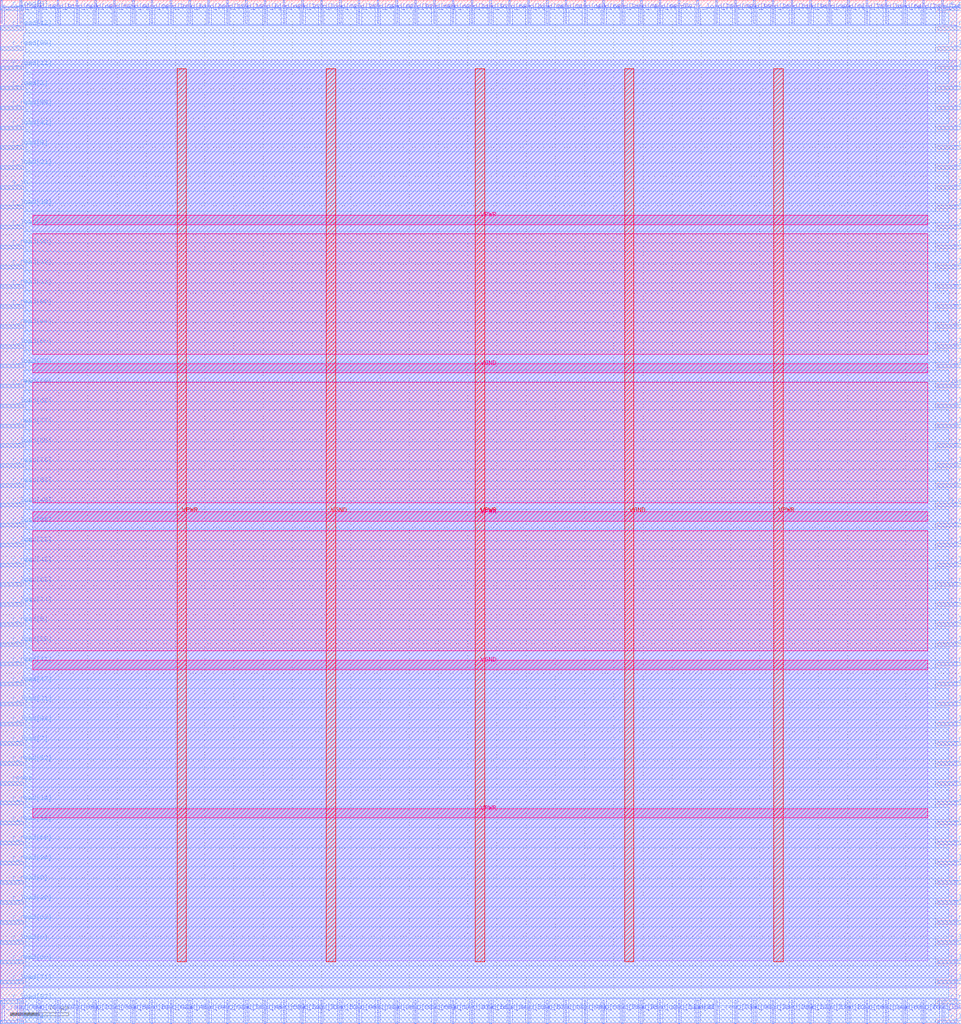
<source format=lef>
VERSION 5.7 ;
  NOWIREEXTENSIONATPIN ON ;
  DIVIDERCHAR "/" ;
  BUSBITCHARS "[]" ;
MACRO shiftregister
  CLASS BLOCK ;
  FOREIGN shiftregister ;
  ORIGIN 0.000 0.000 ;
  SIZE 164.465 BY 175.185 ;
  PIN VGND
    DIRECTION INPUT ;
    USE GROUND ;
    PORT
      LAYER met5 ;
        RECT 5.520 60.615 158.700 62.215 ;
    END
    PORT
      LAYER met5 ;
        RECT 5.520 111.385 158.700 112.985 ;
    END
    PORT
      LAYER met4 ;
        RECT 55.780 10.640 57.380 163.440 ;
    END
    PORT
      LAYER met4 ;
        RECT 106.840 10.640 108.440 163.440 ;
    END
  END VGND
  PIN VPWR
    DIRECTION INPUT ;
    USE POWER ;
    PORT
      LAYER met5 ;
        RECT 5.520 35.225 158.700 36.825 ;
    END
    PORT
      LAYER met5 ;
        RECT 5.520 86.000 158.700 87.600 ;
    END
    PORT
      LAYER met5 ;
        RECT 5.520 136.775 158.700 138.375 ;
    END
    PORT
      LAYER met4 ;
        RECT 30.250 10.640 31.850 163.440 ;
    END
    PORT
      LAYER met4 ;
        RECT 81.310 10.640 82.910 163.440 ;
    END
    PORT
      LAYER met4 ;
        RECT 132.370 10.640 133.970 163.440 ;
    END
  END VPWR
  PIN clk
    DIRECTION INPUT ;
    USE SIGNAL ;
    PORT
      LAYER met2 ;
        RECT 116.010 171.185 116.290 175.185 ;
    END
  END clk
  PIN load
    DIRECTION INPUT ;
    USE SIGNAL ;
    PORT
      LAYER met3 ;
        RECT 160.465 108.840 164.465 109.440 ;
    END
  END load
  PIN r_load[0]
    DIRECTION OUTPUT TRISTATE ;
    USE SIGNAL ;
    PORT
      LAYER met3 ;
        RECT 0.000 13.640 4.000 14.240 ;
    END
  END r_load[0]
  PIN r_load[10]
    DIRECTION OUTPUT TRISTATE ;
    USE SIGNAL ;
    PORT
      LAYER met2 ;
        RECT 144.990 0.000 145.270 4.000 ;
    END
  END r_load[10]
  PIN r_load[11]
    DIRECTION OUTPUT TRISTATE ;
    USE SIGNAL ;
    PORT
      LAYER met3 ;
        RECT 0.000 163.240 4.000 163.840 ;
    END
  END r_load[11]
  PIN r_load[12]
    DIRECTION OUTPUT TRISTATE ;
    USE SIGNAL ;
    PORT
      LAYER met2 ;
        RECT 109.570 0.000 109.850 4.000 ;
    END
  END r_load[12]
  PIN r_load[13]
    DIRECTION OUTPUT TRISTATE ;
    USE SIGNAL ;
    PORT
      LAYER met2 ;
        RECT 93.470 0.000 93.750 4.000 ;
    END
  END r_load[13]
  PIN r_load[14]
    DIRECTION OUTPUT TRISTATE ;
    USE SIGNAL ;
    PORT
      LAYER met3 ;
        RECT 160.465 112.240 164.465 112.840 ;
    END
  END r_load[14]
  PIN r_load[15]
    DIRECTION OUTPUT TRISTATE ;
    USE SIGNAL ;
    PORT
      LAYER met2 ;
        RECT 35.510 171.185 35.790 175.185 ;
    END
  END r_load[15]
  PIN r_load[16]
    DIRECTION OUTPUT TRISTATE ;
    USE SIGNAL ;
    PORT
      LAYER met3 ;
        RECT 160.465 105.440 164.465 106.040 ;
    END
  END r_load[16]
  PIN r_load[17]
    DIRECTION OUTPUT TRISTATE ;
    USE SIGNAL ;
    PORT
      LAYER met3 ;
        RECT 160.465 57.840 164.465 58.440 ;
    END
  END r_load[17]
  PIN r_load[18]
    DIRECTION OUTPUT TRISTATE ;
    USE SIGNAL ;
    PORT
      LAYER met3 ;
        RECT 0.000 139.440 4.000 140.040 ;
    END
  END r_load[18]
  PIN r_load[19]
    DIRECTION OUTPUT TRISTATE ;
    USE SIGNAL ;
    PORT
      LAYER met2 ;
        RECT 38.730 171.185 39.010 175.185 ;
    END
  END r_load[19]
  PIN r_load[1]
    DIRECTION OUTPUT TRISTATE ;
    USE SIGNAL ;
    PORT
      LAYER met3 ;
        RECT 160.465 27.240 164.465 27.840 ;
    END
  END r_load[1]
  PIN r_load[20]
    DIRECTION OUTPUT TRISTATE ;
    USE SIGNAL ;
    PORT
      LAYER met3 ;
        RECT 0.000 20.440 4.000 21.040 ;
    END
  END r_load[20]
  PIN r_load[21]
    DIRECTION OUTPUT TRISTATE ;
    USE SIGNAL ;
    PORT
      LAYER met3 ;
        RECT 0.000 146.240 4.000 146.840 ;
    END
  END r_load[21]
  PIN r_load[22]
    DIRECTION OUTPUT TRISTATE ;
    USE SIGNAL ;
    PORT
      LAYER met3 ;
        RECT 160.465 37.440 164.465 38.040 ;
    END
  END r_load[22]
  PIN r_load[23]
    DIRECTION OUTPUT TRISTATE ;
    USE SIGNAL ;
    PORT
      LAYER met3 ;
        RECT 0.000 81.640 4.000 82.240 ;
    END
  END r_load[23]
  PIN r_load[24]
    DIRECTION OUTPUT TRISTATE ;
    USE SIGNAL ;
    PORT
      LAYER met3 ;
        RECT 160.465 163.240 164.465 163.840 ;
    END
  END r_load[24]
  PIN r_load[25]
    DIRECTION OUTPUT TRISTATE ;
    USE SIGNAL ;
    PORT
      LAYER met2 ;
        RECT 128.890 171.185 129.170 175.185 ;
    END
  END r_load[25]
  PIN r_load[26]
    DIRECTION OUTPUT TRISTATE ;
    USE SIGNAL ;
    PORT
      LAYER met2 ;
        RECT 90.250 171.185 90.530 175.185 ;
    END
  END r_load[26]
  PIN r_load[27]
    DIRECTION OUTPUT TRISTATE ;
    USE SIGNAL ;
    PORT
      LAYER met3 ;
        RECT 160.465 51.040 164.465 51.640 ;
    END
  END r_load[27]
  PIN r_load[28]
    DIRECTION OUTPUT TRISTATE ;
    USE SIGNAL ;
    PORT
      LAYER met2 ;
        RECT 61.270 171.185 61.550 175.185 ;
    END
  END r_load[28]
  PIN r_load[29]
    DIRECTION OUTPUT TRISTATE ;
    USE SIGNAL ;
    PORT
      LAYER met2 ;
        RECT 157.870 0.000 158.150 4.000 ;
    END
  END r_load[29]
  PIN r_load[2]
    DIRECTION OUTPUT TRISTATE ;
    USE SIGNAL ;
    PORT
      LAYER met3 ;
        RECT 0.000 136.040 4.000 136.640 ;
    END
  END r_load[2]
  PIN r_load[30]
    DIRECTION OUTPUT TRISTATE ;
    USE SIGNAL ;
    PORT
      LAYER met3 ;
        RECT 160.465 13.640 164.465 14.240 ;
    END
  END r_load[30]
  PIN r_load[31]
    DIRECTION OUTPUT TRISTATE ;
    USE SIGNAL ;
    PORT
      LAYER met3 ;
        RECT 0.000 54.440 4.000 55.040 ;
    END
  END r_load[31]
  PIN r_load[32]
    DIRECTION OUTPUT TRISTATE ;
    USE SIGNAL ;
    PORT
      LAYER met3 ;
        RECT 160.465 139.440 164.465 140.040 ;
    END
  END r_load[32]
  PIN r_load[33]
    DIRECTION OUTPUT TRISTATE ;
    USE SIGNAL ;
    PORT
      LAYER met2 ;
        RECT 51.610 0.000 51.890 4.000 ;
    END
  END r_load[33]
  PIN r_load[34]
    DIRECTION OUTPUT TRISTATE ;
    USE SIGNAL ;
    PORT
      LAYER met2 ;
        RECT 83.810 0.000 84.090 4.000 ;
    END
  END r_load[34]
  PIN r_load[35]
    DIRECTION OUTPUT TRISTATE ;
    USE SIGNAL ;
    PORT
      LAYER met3 ;
        RECT 160.465 142.840 164.465 143.440 ;
    END
  END r_load[35]
  PIN r_load[36]
    DIRECTION OUTPUT TRISTATE ;
    USE SIGNAL ;
    PORT
      LAYER met3 ;
        RECT 160.465 78.240 164.465 78.840 ;
    END
  END r_load[36]
  PIN r_load[37]
    DIRECTION OUTPUT TRISTATE ;
    USE SIGNAL ;
    PORT
      LAYER met2 ;
        RECT 135.330 0.000 135.610 4.000 ;
    END
  END r_load[37]
  PIN r_load[38]
    DIRECTION OUTPUT TRISTATE ;
    USE SIGNAL ;
    PORT
      LAYER met2 ;
        RECT 116.010 0.000 116.290 4.000 ;
    END
  END r_load[38]
  PIN r_load[39]
    DIRECTION OUTPUT TRISTATE ;
    USE SIGNAL ;
    PORT
      LAYER met2 ;
        RECT 138.550 171.185 138.830 175.185 ;
    END
  END r_load[39]
  PIN r_load[3]
    DIRECTION OUTPUT TRISTATE ;
    USE SIGNAL ;
    PORT
      LAYER met3 ;
        RECT 0.000 159.840 4.000 160.440 ;
    END
  END r_load[3]
  PIN r_load[40]
    DIRECTION OUTPUT TRISTATE ;
    USE SIGNAL ;
    PORT
      LAYER met2 ;
        RECT 32.290 171.185 32.570 175.185 ;
    END
  END r_load[40]
  PIN r_load[41]
    DIRECTION OUTPUT TRISTATE ;
    USE SIGNAL ;
    PORT
      LAYER met3 ;
        RECT 160.465 156.440 164.465 157.040 ;
    END
  END r_load[41]
  PIN r_load[42]
    DIRECTION OUTPUT TRISTATE ;
    USE SIGNAL ;
    PORT
      LAYER met3 ;
        RECT 0.000 153.040 4.000 153.640 ;
    END
  END r_load[42]
  PIN r_load[43]
    DIRECTION OUTPUT TRISTATE ;
    USE SIGNAL ;
    PORT
      LAYER met2 ;
        RECT 45.170 171.185 45.450 175.185 ;
    END
  END r_load[43]
  PIN r_load[44]
    DIRECTION OUTPUT TRISTATE ;
    USE SIGNAL ;
    PORT
      LAYER met3 ;
        RECT 160.465 0.040 164.465 0.640 ;
    END
  END r_load[44]
  PIN r_load[45]
    DIRECTION OUTPUT TRISTATE ;
    USE SIGNAL ;
    PORT
      LAYER met2 ;
        RECT 41.950 0.000 42.230 4.000 ;
    END
  END r_load[45]
  PIN r_load[46]
    DIRECTION OUTPUT TRISTATE ;
    USE SIGNAL ;
    PORT
      LAYER met2 ;
        RECT 148.210 171.185 148.490 175.185 ;
    END
  END r_load[46]
  PIN r_load[47]
    DIRECTION OUTPUT TRISTATE ;
    USE SIGNAL ;
    PORT
      LAYER met3 ;
        RECT 0.000 57.840 4.000 58.440 ;
    END
  END r_load[47]
  PIN r_load[48]
    DIRECTION OUTPUT TRISTATE ;
    USE SIGNAL ;
    PORT
      LAYER met3 ;
        RECT 0.000 88.440 4.000 89.040 ;
    END
  END r_load[48]
  PIN r_load[49]
    DIRECTION OUTPUT TRISTATE ;
    USE SIGNAL ;
    PORT
      LAYER met3 ;
        RECT 160.465 166.640 164.465 167.240 ;
    END
  END r_load[49]
  PIN r_load[4]
    DIRECTION OUTPUT TRISTATE ;
    USE SIGNAL ;
    PORT
      LAYER met3 ;
        RECT 160.465 10.240 164.465 10.840 ;
    END
  END r_load[4]
  PIN r_load[50]
    DIRECTION OUTPUT TRISTATE ;
    USE SIGNAL ;
    PORT
      LAYER met2 ;
        RECT 9.750 171.185 10.030 175.185 ;
    END
  END r_load[50]
  PIN r_load[51]
    DIRECTION OUTPUT TRISTATE ;
    USE SIGNAL ;
    PORT
      LAYER met3 ;
        RECT 160.465 146.240 164.465 146.840 ;
    END
  END r_load[51]
  PIN r_load[52]
    DIRECTION OUTPUT TRISTATE ;
    USE SIGNAL ;
    PORT
      LAYER met2 ;
        RECT 54.830 0.000 55.110 4.000 ;
    END
  END r_load[52]
  PIN r_load[53]
    DIRECTION OUTPUT TRISTATE ;
    USE SIGNAL ;
    PORT
      LAYER met2 ;
        RECT 161.090 171.185 161.370 175.185 ;
    END
  END r_load[53]
  PIN r_load[54]
    DIRECTION OUTPUT TRISTATE ;
    USE SIGNAL ;
    PORT
      LAYER met2 ;
        RECT 151.430 171.185 151.710 175.185 ;
    END
  END r_load[54]
  PIN r_load[55]
    DIRECTION OUTPUT TRISTATE ;
    USE SIGNAL ;
    PORT
      LAYER met3 ;
        RECT 0.000 98.640 4.000 99.240 ;
    END
  END r_load[55]
  PIN r_load[56]
    DIRECTION OUTPUT TRISTATE ;
    USE SIGNAL ;
    PORT
      LAYER met3 ;
        RECT 160.465 81.640 164.465 82.240 ;
    END
  END r_load[56]
  PIN r_load[57]
    DIRECTION OUTPUT TRISTATE ;
    USE SIGNAL ;
    PORT
      LAYER met2 ;
        RECT 138.550 0.000 138.830 4.000 ;
    END
  END r_load[57]
  PIN r_load[58]
    DIRECTION OUTPUT TRISTATE ;
    USE SIGNAL ;
    PORT
      LAYER met2 ;
        RECT 83.810 171.185 84.090 175.185 ;
    END
  END r_load[58]
  PIN r_load[59]
    DIRECTION OUTPUT TRISTATE ;
    USE SIGNAL ;
    PORT
      LAYER met3 ;
        RECT 160.465 68.040 164.465 68.640 ;
    END
  END r_load[59]
  PIN r_load[5]
    DIRECTION OUTPUT TRISTATE ;
    USE SIGNAL ;
    PORT
      LAYER met2 ;
        RECT 51.610 171.185 51.890 175.185 ;
    END
  END r_load[5]
  PIN r_load[60]
    DIRECTION OUTPUT TRISTATE ;
    USE SIGNAL ;
    PORT
      LAYER met3 ;
        RECT 160.465 153.040 164.465 153.640 ;
    END
  END r_load[60]
  PIN r_load[61]
    DIRECTION OUTPUT TRISTATE ;
    USE SIGNAL ;
    PORT
      LAYER met2 ;
        RECT 132.110 171.185 132.390 175.185 ;
    END
  END r_load[61]
  PIN r_load[62]
    DIRECTION OUTPUT TRISTATE ;
    USE SIGNAL ;
    PORT
      LAYER met3 ;
        RECT 0.000 105.440 4.000 106.040 ;
    END
  END r_load[62]
  PIN r_load[63]
    DIRECTION OUTPUT TRISTATE ;
    USE SIGNAL ;
    PORT
      LAYER met3 ;
        RECT 0.000 74.840 4.000 75.440 ;
    END
  END r_load[63]
  PIN r_load[64]
    DIRECTION OUTPUT TRISTATE ;
    USE SIGNAL ;
    PORT
      LAYER met2 ;
        RECT 29.070 171.185 29.350 175.185 ;
    END
  END r_load[64]
  PIN r_load[65]
    DIRECTION OUTPUT TRISTATE ;
    USE SIGNAL ;
    PORT
      LAYER met2 ;
        RECT 70.930 171.185 71.210 175.185 ;
    END
  END r_load[65]
  PIN r_load[66]
    DIRECTION OUTPUT TRISTATE ;
    USE SIGNAL ;
    PORT
      LAYER met2 ;
        RECT 80.590 0.000 80.870 4.000 ;
    END
  END r_load[66]
  PIN r_load[67]
    DIRECTION OUTPUT TRISTATE ;
    USE SIGNAL ;
    PORT
      LAYER met2 ;
        RECT 161.090 0.000 161.370 4.000 ;
    END
  END r_load[67]
  PIN r_load[68]
    DIRECTION OUTPUT TRISTATE ;
    USE SIGNAL ;
    PORT
      LAYER met3 ;
        RECT 160.465 95.240 164.465 95.840 ;
    END
  END r_load[68]
  PIN r_load[69]
    DIRECTION OUTPUT TRISTATE ;
    USE SIGNAL ;
    PORT
      LAYER met3 ;
        RECT 160.465 102.040 164.465 102.640 ;
    END
  END r_load[69]
  PIN r_load[6]
    DIRECTION OUTPUT TRISTATE ;
    USE SIGNAL ;
    PORT
      LAYER met2 ;
        RECT 41.950 171.185 42.230 175.185 ;
    END
  END r_load[6]
  PIN r_load[70]
    DIRECTION OUTPUT TRISTATE ;
    USE SIGNAL ;
    PORT
      LAYER met2 ;
        RECT 16.190 0.000 16.470 4.000 ;
    END
  END r_load[70]
  PIN r_load[71]
    DIRECTION OUTPUT TRISTATE ;
    USE SIGNAL ;
    PORT
      LAYER met3 ;
        RECT 0.000 6.840 4.000 7.440 ;
    END
  END r_load[71]
  PIN r_load[72]
    DIRECTION OUTPUT TRISTATE ;
    USE SIGNAL ;
    PORT
      LAYER met3 ;
        RECT 160.465 20.440 164.465 21.040 ;
    END
  END r_load[72]
  PIN r_load[73]
    DIRECTION OUTPUT TRISTATE ;
    USE SIGNAL ;
    PORT
      LAYER met2 ;
        RECT 54.830 171.185 55.110 175.185 ;
    END
  END r_load[73]
  PIN r_load[74]
    DIRECTION OUTPUT TRISTATE ;
    USE SIGNAL ;
    PORT
      LAYER met3 ;
        RECT 0.000 71.440 4.000 72.040 ;
    END
  END r_load[74]
  PIN r_load[75]
    DIRECTION OUTPUT TRISTATE ;
    USE SIGNAL ;
    PORT
      LAYER met2 ;
        RECT 106.350 171.185 106.630 175.185 ;
    END
  END r_load[75]
  PIN r_load[76]
    DIRECTION OUTPUT TRISTATE ;
    USE SIGNAL ;
    PORT
      LAYER met2 ;
        RECT 132.110 0.000 132.390 4.000 ;
    END
  END r_load[76]
  PIN r_load[77]
    DIRECTION OUTPUT TRISTATE ;
    USE SIGNAL ;
    PORT
      LAYER met3 ;
        RECT 0.000 112.240 4.000 112.840 ;
    END
  END r_load[77]
  PIN r_load[78]
    DIRECTION OUTPUT TRISTATE ;
    USE SIGNAL ;
    PORT
      LAYER met2 ;
        RECT 119.230 171.185 119.510 175.185 ;
    END
  END r_load[78]
  PIN r_load[79]
    DIRECTION OUTPUT TRISTATE ;
    USE SIGNAL ;
    PORT
      LAYER met2 ;
        RECT 122.450 171.185 122.730 175.185 ;
    END
  END r_load[79]
  PIN r_load[7]
    DIRECTION OUTPUT TRISTATE ;
    USE SIGNAL ;
    PORT
      LAYER met3 ;
        RECT 0.000 47.640 4.000 48.240 ;
    END
  END r_load[7]
  PIN r_load[80]
    DIRECTION OUTPUT TRISTATE ;
    USE SIGNAL ;
    PORT
      LAYER met3 ;
        RECT 0.000 115.640 4.000 116.240 ;
    END
  END r_load[80]
  PIN r_load[81]
    DIRECTION OUTPUT TRISTATE ;
    USE SIGNAL ;
    PORT
      LAYER met3 ;
        RECT 160.465 54.440 164.465 55.040 ;
    END
  END r_load[81]
  PIN r_load[82]
    DIRECTION OUTPUT TRISTATE ;
    USE SIGNAL ;
    PORT
      LAYER met2 ;
        RECT 141.770 0.000 142.050 4.000 ;
    END
  END r_load[82]
  PIN r_load[83]
    DIRECTION OUTPUT TRISTATE ;
    USE SIGNAL ;
    PORT
      LAYER met3 ;
        RECT 0.000 3.440 4.000 4.040 ;
    END
  END r_load[83]
  PIN r_load[84]
    DIRECTION OUTPUT TRISTATE ;
    USE SIGNAL ;
    PORT
      LAYER met3 ;
        RECT 0.000 51.040 4.000 51.640 ;
    END
  END r_load[84]
  PIN r_load[85]
    DIRECTION OUTPUT TRISTATE ;
    USE SIGNAL ;
    PORT
      LAYER met2 ;
        RECT 106.350 0.000 106.630 4.000 ;
    END
  END r_load[85]
  PIN r_load[86]
    DIRECTION OUTPUT TRISTATE ;
    USE SIGNAL ;
    PORT
      LAYER met3 ;
        RECT 0.000 85.040 4.000 85.640 ;
    END
  END r_load[86]
  PIN r_load[87]
    DIRECTION OUTPUT TRISTATE ;
    USE SIGNAL ;
    PORT
      LAYER met2 ;
        RECT 90.250 0.000 90.530 4.000 ;
    END
  END r_load[87]
  PIN r_load[88]
    DIRECTION OUTPUT TRISTATE ;
    USE SIGNAL ;
    PORT
      LAYER met3 ;
        RECT 160.465 115.640 164.465 116.240 ;
    END
  END r_load[88]
  PIN r_load[89]
    DIRECTION OUTPUT TRISTATE ;
    USE SIGNAL ;
    PORT
      LAYER met3 ;
        RECT 0.000 64.640 4.000 65.240 ;
    END
  END r_load[89]
  PIN r_load[8]
    DIRECTION OUTPUT TRISTATE ;
    USE SIGNAL ;
    PORT
      LAYER met3 ;
        RECT 0.000 149.640 4.000 150.240 ;
    END
  END r_load[8]
  PIN r_load[90]
    DIRECTION OUTPUT TRISTATE ;
    USE SIGNAL ;
    PORT
      LAYER met2 ;
        RECT 58.050 0.000 58.330 4.000 ;
    END
  END r_load[90]
  PIN r_load[91]
    DIRECTION OUTPUT TRISTATE ;
    USE SIGNAL ;
    PORT
      LAYER met3 ;
        RECT 160.465 6.840 164.465 7.440 ;
    END
  END r_load[91]
  PIN r_load[92]
    DIRECTION OUTPUT TRISTATE ;
    USE SIGNAL ;
    PORT
      LAYER met2 ;
        RECT 25.850 0.000 26.130 4.000 ;
    END
  END r_load[92]
  PIN r_load[93]
    DIRECTION OUTPUT TRISTATE ;
    USE SIGNAL ;
    PORT
      LAYER met2 ;
        RECT 80.590 171.185 80.870 175.185 ;
    END
  END r_load[93]
  PIN r_load[94]
    DIRECTION OUTPUT TRISTATE ;
    USE SIGNAL ;
    PORT
      LAYER met2 ;
        RECT 157.870 171.185 158.150 175.185 ;
    END
  END r_load[94]
  PIN r_load[95]
    DIRECTION OUTPUT TRISTATE ;
    USE SIGNAL ;
    PORT
      LAYER met3 ;
        RECT 160.465 64.640 164.465 65.240 ;
    END
  END r_load[95]
  PIN r_load[96]
    DIRECTION OUTPUT TRISTATE ;
    USE SIGNAL ;
    PORT
      LAYER met2 ;
        RECT 135.330 171.185 135.610 175.185 ;
    END
  END r_load[96]
  PIN r_load[97]
    DIRECTION OUTPUT TRISTATE ;
    USE SIGNAL ;
    PORT
      LAYER met3 ;
        RECT 160.465 136.040 164.465 136.640 ;
    END
  END r_load[97]
  PIN r_load[98]
    DIRECTION OUTPUT TRISTATE ;
    USE SIGNAL ;
    PORT
      LAYER met3 ;
        RECT 160.465 129.240 164.465 129.840 ;
    END
  END r_load[98]
  PIN r_load[99]
    DIRECTION OUTPUT TRISTATE ;
    USE SIGNAL ;
    PORT
      LAYER met2 ;
        RECT 125.670 0.000 125.950 4.000 ;
    END
  END r_load[99]
  PIN r_load[9]
    DIRECTION OUTPUT TRISTATE ;
    USE SIGNAL ;
    PORT
      LAYER met3 ;
        RECT 0.000 173.440 4.000 174.040 ;
    END
  END r_load[9]
  PIN r_read[0]
    DIRECTION INPUT ;
    USE SIGNAL ;
    PORT
      LAYER met3 ;
        RECT 0.000 23.840 4.000 24.440 ;
    END
  END r_read[0]
  PIN r_read[10]
    DIRECTION INPUT ;
    USE SIGNAL ;
    PORT
      LAYER met3 ;
        RECT 160.465 98.640 164.465 99.240 ;
    END
  END r_read[10]
  PIN r_read[11]
    DIRECTION INPUT ;
    USE SIGNAL ;
    PORT
      LAYER met2 ;
        RECT 77.370 171.185 77.650 175.185 ;
    END
  END r_read[11]
  PIN r_read[12]
    DIRECTION INPUT ;
    USE SIGNAL ;
    PORT
      LAYER met3 ;
        RECT 0.000 170.040 4.000 170.640 ;
    END
  END r_read[12]
  PIN r_read[13]
    DIRECTION INPUT ;
    USE SIGNAL ;
    PORT
      LAYER met3 ;
        RECT 0.000 125.840 4.000 126.440 ;
    END
  END r_read[13]
  PIN r_read[14]
    DIRECTION INPUT ;
    USE SIGNAL ;
    PORT
      LAYER met3 ;
        RECT 0.000 37.440 4.000 38.040 ;
    END
  END r_read[14]
  PIN r_read[15]
    DIRECTION INPUT ;
    USE SIGNAL ;
    PORT
      LAYER met2 ;
        RECT 96.690 171.185 96.970 175.185 ;
    END
  END r_read[15]
  PIN r_read[16]
    DIRECTION INPUT ;
    USE SIGNAL ;
    PORT
      LAYER met3 ;
        RECT 160.465 30.640 164.465 31.240 ;
    END
  END r_read[16]
  PIN r_read[17]
    DIRECTION INPUT ;
    USE SIGNAL ;
    PORT
      LAYER met2 ;
        RECT 74.150 0.000 74.430 4.000 ;
    END
  END r_read[17]
  PIN r_read[18]
    DIRECTION INPUT ;
    USE SIGNAL ;
    PORT
      LAYER met2 ;
        RECT 3.310 171.185 3.590 175.185 ;
    END
  END r_read[18]
  PIN r_read[19]
    DIRECTION INPUT ;
    USE SIGNAL ;
    PORT
      LAYER met3 ;
        RECT 0.000 129.240 4.000 129.840 ;
    END
  END r_read[19]
  PIN r_read[1]
    DIRECTION INPUT ;
    USE SIGNAL ;
    PORT
      LAYER met2 ;
        RECT 112.790 0.000 113.070 4.000 ;
    END
  END r_read[1]
  PIN r_read[20]
    DIRECTION INPUT ;
    USE SIGNAL ;
    PORT
      LAYER met2 ;
        RECT 22.630 171.185 22.910 175.185 ;
    END
  END r_read[20]
  PIN r_read[21]
    DIRECTION INPUT ;
    USE SIGNAL ;
    PORT
      LAYER met2 ;
        RECT 93.470 171.185 93.750 175.185 ;
    END
  END r_read[21]
  PIN r_read[22]
    DIRECTION INPUT ;
    USE SIGNAL ;
    PORT
      LAYER met2 ;
        RECT 67.710 0.000 67.990 4.000 ;
    END
  END r_read[22]
  PIN r_read[23]
    DIRECTION INPUT ;
    USE SIGNAL ;
    PORT
      LAYER met2 ;
        RECT 48.390 171.185 48.670 175.185 ;
    END
  END r_read[23]
  PIN r_read[24]
    DIRECTION INPUT ;
    USE SIGNAL ;
    PORT
      LAYER met2 ;
        RECT 148.210 0.000 148.490 4.000 ;
    END
  END r_read[24]
  PIN r_read[25]
    DIRECTION INPUT ;
    USE SIGNAL ;
    PORT
      LAYER met2 ;
        RECT 58.050 171.185 58.330 175.185 ;
    END
  END r_read[25]
  PIN r_read[26]
    DIRECTION INPUT ;
    USE SIGNAL ;
    PORT
      LAYER met2 ;
        RECT 64.490 0.000 64.770 4.000 ;
    END
  END r_read[26]
  PIN r_read[27]
    DIRECTION INPUT ;
    USE SIGNAL ;
    PORT
      LAYER met2 ;
        RECT 12.970 0.000 13.250 4.000 ;
    END
  END r_read[27]
  PIN r_read[28]
    DIRECTION INPUT ;
    USE SIGNAL ;
    PORT
      LAYER met3 ;
        RECT 160.465 173.440 164.465 174.040 ;
    END
  END r_read[28]
  PIN r_read[29]
    DIRECTION INPUT ;
    USE SIGNAL ;
    PORT
      LAYER met3 ;
        RECT 160.465 34.040 164.465 34.640 ;
    END
  END r_read[29]
  PIN r_read[2]
    DIRECTION INPUT ;
    USE SIGNAL ;
    PORT
      LAYER met3 ;
        RECT 160.465 85.040 164.465 85.640 ;
    END
  END r_read[2]
  PIN r_read[30]
    DIRECTION INPUT ;
    USE SIGNAL ;
    PORT
      LAYER met2 ;
        RECT 48.390 0.000 48.670 4.000 ;
    END
  END r_read[30]
  PIN r_read[31]
    DIRECTION INPUT ;
    USE SIGNAL ;
    PORT
      LAYER met3 ;
        RECT 160.465 119.040 164.465 119.640 ;
    END
  END r_read[31]
  PIN r_read[32]
    DIRECTION INPUT ;
    USE SIGNAL ;
    PORT
      LAYER met3 ;
        RECT 160.465 17.040 164.465 17.640 ;
    END
  END r_read[32]
  PIN r_read[33]
    DIRECTION INPUT ;
    USE SIGNAL ;
    PORT
      LAYER met2 ;
        RECT 99.910 0.000 100.190 4.000 ;
    END
  END r_read[33]
  PIN r_read[34]
    DIRECTION INPUT ;
    USE SIGNAL ;
    PORT
      LAYER met2 ;
        RECT 25.850 171.185 26.130 175.185 ;
    END
  END r_read[34]
  PIN r_read[35]
    DIRECTION INPUT ;
    USE SIGNAL ;
    PORT
      LAYER met2 ;
        RECT 0.090 171.185 0.370 175.185 ;
    END
  END r_read[35]
  PIN r_read[36]
    DIRECTION INPUT ;
    USE SIGNAL ;
    PORT
      LAYER met2 ;
        RECT 38.730 0.000 39.010 4.000 ;
    END
  END r_read[36]
  PIN r_read[37]
    DIRECTION INPUT ;
    USE SIGNAL ;
    PORT
      LAYER met2 ;
        RECT 6.530 0.000 6.810 4.000 ;
    END
  END r_read[37]
  PIN r_read[38]
    DIRECTION INPUT ;
    USE SIGNAL ;
    PORT
      LAYER met2 ;
        RECT 128.890 0.000 129.170 4.000 ;
    END
  END r_read[38]
  PIN r_read[39]
    DIRECTION INPUT ;
    USE SIGNAL ;
    PORT
      LAYER met3 ;
        RECT 0.000 108.840 4.000 109.440 ;
    END
  END r_read[39]
  PIN r_read[3]
    DIRECTION INPUT ;
    USE SIGNAL ;
    PORT
      LAYER met2 ;
        RECT 141.770 171.185 142.050 175.185 ;
    END
  END r_read[3]
  PIN r_read[40]
    DIRECTION INPUT ;
    USE SIGNAL ;
    PORT
      LAYER met3 ;
        RECT 0.000 0.040 4.000 0.640 ;
    END
  END r_read[40]
  PIN r_read[41]
    DIRECTION INPUT ;
    USE SIGNAL ;
    PORT
      LAYER met3 ;
        RECT 0.000 61.240 4.000 61.840 ;
    END
  END r_read[41]
  PIN r_read[42]
    DIRECTION INPUT ;
    USE SIGNAL ;
    PORT
      LAYER met2 ;
        RECT 74.150 171.185 74.430 175.185 ;
    END
  END r_read[42]
  PIN r_read[43]
    DIRECTION INPUT ;
    USE SIGNAL ;
    PORT
      LAYER met3 ;
        RECT 0.000 78.240 4.000 78.840 ;
    END
  END r_read[43]
  PIN r_read[44]
    DIRECTION INPUT ;
    USE SIGNAL ;
    PORT
      LAYER met3 ;
        RECT 0.000 119.040 4.000 119.640 ;
    END
  END r_read[44]
  PIN r_read[45]
    DIRECTION INPUT ;
    USE SIGNAL ;
    PORT
      LAYER met2 ;
        RECT 29.070 0.000 29.350 4.000 ;
    END
  END r_read[45]
  PIN r_read[46]
    DIRECTION INPUT ;
    USE SIGNAL ;
    PORT
      LAYER met3 ;
        RECT 160.465 44.240 164.465 44.840 ;
    END
  END r_read[46]
  PIN r_read[47]
    DIRECTION INPUT ;
    USE SIGNAL ;
    PORT
      LAYER met2 ;
        RECT 77.370 0.000 77.650 4.000 ;
    END
  END r_read[47]
  PIN r_read[48]
    DIRECTION INPUT ;
    USE SIGNAL ;
    PORT
      LAYER met3 ;
        RECT 160.465 159.840 164.465 160.440 ;
    END
  END r_read[48]
  PIN r_read[49]
    DIRECTION INPUT ;
    USE SIGNAL ;
    PORT
      LAYER met2 ;
        RECT 12.970 171.185 13.250 175.185 ;
    END
  END r_read[49]
  PIN r_read[4]
    DIRECTION INPUT ;
    USE SIGNAL ;
    PORT
      LAYER met2 ;
        RECT 87.030 171.185 87.310 175.185 ;
    END
  END r_read[4]
  PIN r_read[50]
    DIRECTION INPUT ;
    USE SIGNAL ;
    PORT
      LAYER met2 ;
        RECT 19.410 0.000 19.690 4.000 ;
    END
  END r_read[50]
  PIN r_read[51]
    DIRECTION INPUT ;
    USE SIGNAL ;
    PORT
      LAYER met3 ;
        RECT 160.465 61.240 164.465 61.840 ;
    END
  END r_read[51]
  PIN r_read[52]
    DIRECTION INPUT ;
    USE SIGNAL ;
    PORT
      LAYER met3 ;
        RECT 0.000 44.240 4.000 44.840 ;
    END
  END r_read[52]
  PIN r_read[53]
    DIRECTION INPUT ;
    USE SIGNAL ;
    PORT
      LAYER met2 ;
        RECT 16.190 171.185 16.470 175.185 ;
    END
  END r_read[53]
  PIN r_read[54]
    DIRECTION INPUT ;
    USE SIGNAL ;
    PORT
      LAYER met3 ;
        RECT 160.465 91.840 164.465 92.440 ;
    END
  END r_read[54]
  PIN r_read[55]
    DIRECTION INPUT ;
    USE SIGNAL ;
    PORT
      LAYER met3 ;
        RECT 0.000 156.440 4.000 157.040 ;
    END
  END r_read[55]
  PIN r_read[56]
    DIRECTION INPUT ;
    USE SIGNAL ;
    PORT
      LAYER met3 ;
        RECT 0.000 34.040 4.000 34.640 ;
    END
  END r_read[56]
  PIN r_read[57]
    DIRECTION INPUT ;
    USE SIGNAL ;
    PORT
      LAYER met3 ;
        RECT 160.465 149.640 164.465 150.240 ;
    END
  END r_read[57]
  PIN r_read[58]
    DIRECTION INPUT ;
    USE SIGNAL ;
    PORT
      LAYER met2 ;
        RECT 99.910 171.185 100.190 175.185 ;
    END
  END r_read[58]
  PIN r_read[59]
    DIRECTION INPUT ;
    USE SIGNAL ;
    PORT
      LAYER met2 ;
        RECT 45.170 0.000 45.450 4.000 ;
    END
  END r_read[59]
  PIN r_read[5]
    DIRECTION INPUT ;
    USE SIGNAL ;
    PORT
      LAYER met3 ;
        RECT 160.465 71.440 164.465 72.040 ;
    END
  END r_read[5]
  PIN r_read[60]
    DIRECTION INPUT ;
    USE SIGNAL ;
    PORT
      LAYER met3 ;
        RECT 0.000 10.240 4.000 10.840 ;
    END
  END r_read[60]
  PIN r_read[61]
    DIRECTION INPUT ;
    USE SIGNAL ;
    PORT
      LAYER met3 ;
        RECT 160.465 23.840 164.465 24.440 ;
    END
  END r_read[61]
  PIN r_read[62]
    DIRECTION INPUT ;
    USE SIGNAL ;
    PORT
      LAYER met3 ;
        RECT 0.000 17.040 4.000 17.640 ;
    END
  END r_read[62]
  PIN r_read[63]
    DIRECTION INPUT ;
    USE SIGNAL ;
    PORT
      LAYER met2 ;
        RECT 151.430 0.000 151.710 4.000 ;
    END
  END r_read[63]
  PIN r_read[64]
    DIRECTION INPUT ;
    USE SIGNAL ;
    PORT
      LAYER met2 ;
        RECT 22.630 0.000 22.910 4.000 ;
    END
  END r_read[64]
  PIN r_read[65]
    DIRECTION INPUT ;
    USE SIGNAL ;
    PORT
      LAYER met2 ;
        RECT 70.930 0.000 71.210 4.000 ;
    END
  END r_read[65]
  PIN r_read[66]
    DIRECTION INPUT ;
    USE SIGNAL ;
    PORT
      LAYER met3 ;
        RECT 160.465 47.640 164.465 48.240 ;
    END
  END r_read[66]
  PIN r_read[67]
    DIRECTION INPUT ;
    USE SIGNAL ;
    PORT
      LAYER met3 ;
        RECT 160.465 170.040 164.465 170.640 ;
    END
  END r_read[67]
  PIN r_read[68]
    DIRECTION INPUT ;
    USE SIGNAL ;
    PORT
      LAYER met3 ;
        RECT 0.000 30.640 4.000 31.240 ;
    END
  END r_read[68]
  PIN r_read[69]
    DIRECTION INPUT ;
    USE SIGNAL ;
    PORT
      LAYER met2 ;
        RECT 154.650 0.000 154.930 4.000 ;
    END
  END r_read[69]
  PIN r_read[6]
    DIRECTION INPUT ;
    USE SIGNAL ;
    PORT
      LAYER met3 ;
        RECT 0.000 68.040 4.000 68.640 ;
    END
  END r_read[6]
  PIN r_read[70]
    DIRECTION INPUT ;
    USE SIGNAL ;
    PORT
      LAYER met3 ;
        RECT 160.465 74.840 164.465 75.440 ;
    END
  END r_read[70]
  PIN r_read[71]
    DIRECTION INPUT ;
    USE SIGNAL ;
    PORT
      LAYER met2 ;
        RECT 3.310 0.000 3.590 4.000 ;
    END
  END r_read[71]
  PIN r_read[72]
    DIRECTION INPUT ;
    USE SIGNAL ;
    PORT
      LAYER met3 ;
        RECT 160.465 132.640 164.465 133.240 ;
    END
  END r_read[72]
  PIN r_read[73]
    DIRECTION INPUT ;
    USE SIGNAL ;
    PORT
      LAYER met2 ;
        RECT 154.650 171.185 154.930 175.185 ;
    END
  END r_read[73]
  PIN r_read[74]
    DIRECTION INPUT ;
    USE SIGNAL ;
    PORT
      LAYER met3 ;
        RECT 160.465 3.440 164.465 4.040 ;
    END
  END r_read[74]
  PIN r_read[75]
    DIRECTION INPUT ;
    USE SIGNAL ;
    PORT
      LAYER met2 ;
        RECT 144.990 171.185 145.270 175.185 ;
    END
  END r_read[75]
  PIN r_read[76]
    DIRECTION INPUT ;
    USE SIGNAL ;
    PORT
      LAYER met3 ;
        RECT 0.000 95.240 4.000 95.840 ;
    END
  END r_read[76]
  PIN r_read[77]
    DIRECTION INPUT ;
    USE SIGNAL ;
    PORT
      LAYER met3 ;
        RECT 0.000 102.040 4.000 102.640 ;
    END
  END r_read[77]
  PIN r_read[78]
    DIRECTION INPUT ;
    USE SIGNAL ;
    PORT
      LAYER met2 ;
        RECT 103.130 0.000 103.410 4.000 ;
    END
  END r_read[78]
  PIN r_read[79]
    DIRECTION INPUT ;
    USE SIGNAL ;
    PORT
      LAYER met2 ;
        RECT 0.090 0.000 0.370 4.000 ;
    END
  END r_read[79]
  PIN r_read[7]
    DIRECTION INPUT ;
    USE SIGNAL ;
    PORT
      LAYER met2 ;
        RECT 122.450 0.000 122.730 4.000 ;
    END
  END r_read[7]
  PIN r_read[80]
    DIRECTION INPUT ;
    USE SIGNAL ;
    PORT
      LAYER met3 ;
        RECT 0.000 122.440 4.000 123.040 ;
    END
  END r_read[80]
  PIN r_read[81]
    DIRECTION INPUT ;
    USE SIGNAL ;
    PORT
      LAYER met2 ;
        RECT 6.530 171.185 6.810 175.185 ;
    END
  END r_read[81]
  PIN r_read[82]
    DIRECTION INPUT ;
    USE SIGNAL ;
    PORT
      LAYER met2 ;
        RECT 67.710 171.185 67.990 175.185 ;
    END
  END r_read[82]
  PIN r_read[83]
    DIRECTION INPUT ;
    USE SIGNAL ;
    PORT
      LAYER met3 ;
        RECT 0.000 91.840 4.000 92.440 ;
    END
  END r_read[83]
  PIN r_read[84]
    DIRECTION INPUT ;
    USE SIGNAL ;
    PORT
      LAYER met2 ;
        RECT 32.290 0.000 32.570 4.000 ;
    END
  END r_read[84]
  PIN r_read[85]
    DIRECTION INPUT ;
    USE SIGNAL ;
    PORT
      LAYER met2 ;
        RECT 9.750 0.000 10.030 4.000 ;
    END
  END r_read[85]
  PIN r_read[86]
    DIRECTION INPUT ;
    USE SIGNAL ;
    PORT
      LAYER met2 ;
        RECT 103.130 171.185 103.410 175.185 ;
    END
  END r_read[86]
  PIN r_read[87]
    DIRECTION INPUT ;
    USE SIGNAL ;
    PORT
      LAYER met2 ;
        RECT 64.490 171.185 64.770 175.185 ;
    END
  END r_read[87]
  PIN r_read[88]
    DIRECTION INPUT ;
    USE SIGNAL ;
    PORT
      LAYER met2 ;
        RECT 87.030 0.000 87.310 4.000 ;
    END
  END r_read[88]
  PIN r_read[89]
    DIRECTION INPUT ;
    USE SIGNAL ;
    PORT
      LAYER met2 ;
        RECT 125.670 171.185 125.950 175.185 ;
    END
  END r_read[89]
  PIN r_read[8]
    DIRECTION INPUT ;
    USE SIGNAL ;
    PORT
      LAYER met3 ;
        RECT 160.465 40.840 164.465 41.440 ;
    END
  END r_read[8]
  PIN r_read[90]
    DIRECTION INPUT ;
    USE SIGNAL ;
    PORT
      LAYER met3 ;
        RECT 0.000 132.640 4.000 133.240 ;
    END
  END r_read[90]
  PIN r_read[91]
    DIRECTION INPUT ;
    USE SIGNAL ;
    PORT
      LAYER met3 ;
        RECT 160.465 125.840 164.465 126.440 ;
    END
  END r_read[91]
  PIN r_read[92]
    DIRECTION INPUT ;
    USE SIGNAL ;
    PORT
      LAYER met2 ;
        RECT 35.510 0.000 35.790 4.000 ;
    END
  END r_read[92]
  PIN r_read[93]
    DIRECTION INPUT ;
    USE SIGNAL ;
    PORT
      LAYER met2 ;
        RECT 61.270 0.000 61.550 4.000 ;
    END
  END r_read[93]
  PIN r_read[94]
    DIRECTION INPUT ;
    USE SIGNAL ;
    PORT
      LAYER met3 ;
        RECT 0.000 27.240 4.000 27.840 ;
    END
  END r_read[94]
  PIN r_read[95]
    DIRECTION INPUT ;
    USE SIGNAL ;
    PORT
      LAYER met3 ;
        RECT 160.465 122.440 164.465 123.040 ;
    END
  END r_read[95]
  PIN r_read[96]
    DIRECTION INPUT ;
    USE SIGNAL ;
    PORT
      LAYER met2 ;
        RECT 96.690 0.000 96.970 4.000 ;
    END
  END r_read[96]
  PIN r_read[97]
    DIRECTION INPUT ;
    USE SIGNAL ;
    PORT
      LAYER met2 ;
        RECT 112.790 171.185 113.070 175.185 ;
    END
  END r_read[97]
  PIN r_read[98]
    DIRECTION INPUT ;
    USE SIGNAL ;
    PORT
      LAYER met2 ;
        RECT 109.570 171.185 109.850 175.185 ;
    END
  END r_read[98]
  PIN r_read[99]
    DIRECTION INPUT ;
    USE SIGNAL ;
    PORT
      LAYER met3 ;
        RECT 0.000 166.640 4.000 167.240 ;
    END
  END r_read[99]
  PIN r_read[9]
    DIRECTION INPUT ;
    USE SIGNAL ;
    PORT
      LAYER met2 ;
        RECT 19.410 171.185 19.690 175.185 ;
    END
  END r_read[9]
  PIN read
    DIRECTION INPUT ;
    USE SIGNAL ;
    PORT
      LAYER met2 ;
        RECT 119.230 0.000 119.510 4.000 ;
    END
  END read
  PIN reset
    DIRECTION INPUT ;
    USE SIGNAL ;
    PORT
      LAYER met3 ;
        RECT 0.000 40.840 4.000 41.440 ;
    END
  END reset
  PIN s_in
    DIRECTION INPUT ;
    USE SIGNAL ;
    PORT
      LAYER met3 ;
        RECT 0.000 142.840 4.000 143.440 ;
    END
  END s_in
  PIN s_out
    DIRECTION OUTPUT TRISTATE ;
    USE SIGNAL ;
    PORT
      LAYER met3 ;
        RECT 160.465 88.440 164.465 89.040 ;
    END
  END s_out
  OBS
      LAYER li1 ;
        RECT 5.520 10.795 158.700 163.285 ;
      LAYER met1 ;
        RECT 0.070 6.160 163.690 164.860 ;
      LAYER met2 ;
        RECT 0.650 170.905 3.030 173.925 ;
        RECT 3.870 170.905 6.250 173.925 ;
        RECT 7.090 170.905 9.470 173.925 ;
        RECT 10.310 170.905 12.690 173.925 ;
        RECT 13.530 170.905 15.910 173.925 ;
        RECT 16.750 170.905 19.130 173.925 ;
        RECT 19.970 170.905 22.350 173.925 ;
        RECT 23.190 170.905 25.570 173.925 ;
        RECT 26.410 170.905 28.790 173.925 ;
        RECT 29.630 170.905 32.010 173.925 ;
        RECT 32.850 170.905 35.230 173.925 ;
        RECT 36.070 170.905 38.450 173.925 ;
        RECT 39.290 170.905 41.670 173.925 ;
        RECT 42.510 170.905 44.890 173.925 ;
        RECT 45.730 170.905 48.110 173.925 ;
        RECT 48.950 170.905 51.330 173.925 ;
        RECT 52.170 170.905 54.550 173.925 ;
        RECT 55.390 170.905 57.770 173.925 ;
        RECT 58.610 170.905 60.990 173.925 ;
        RECT 61.830 170.905 64.210 173.925 ;
        RECT 65.050 170.905 67.430 173.925 ;
        RECT 68.270 170.905 70.650 173.925 ;
        RECT 71.490 170.905 73.870 173.925 ;
        RECT 74.710 170.905 77.090 173.925 ;
        RECT 77.930 170.905 80.310 173.925 ;
        RECT 81.150 170.905 83.530 173.925 ;
        RECT 84.370 170.905 86.750 173.925 ;
        RECT 87.590 170.905 89.970 173.925 ;
        RECT 90.810 170.905 93.190 173.925 ;
        RECT 94.030 170.905 96.410 173.925 ;
        RECT 97.250 170.905 99.630 173.925 ;
        RECT 100.470 170.905 102.850 173.925 ;
        RECT 103.690 170.905 106.070 173.925 ;
        RECT 106.910 170.905 109.290 173.925 ;
        RECT 110.130 170.905 112.510 173.925 ;
        RECT 113.350 170.905 115.730 173.925 ;
        RECT 116.570 170.905 118.950 173.925 ;
        RECT 119.790 170.905 122.170 173.925 ;
        RECT 123.010 170.905 125.390 173.925 ;
        RECT 126.230 170.905 128.610 173.925 ;
        RECT 129.450 170.905 131.830 173.925 ;
        RECT 132.670 170.905 135.050 173.925 ;
        RECT 135.890 170.905 138.270 173.925 ;
        RECT 139.110 170.905 141.490 173.925 ;
        RECT 142.330 170.905 144.710 173.925 ;
        RECT 145.550 170.905 147.930 173.925 ;
        RECT 148.770 170.905 151.150 173.925 ;
        RECT 151.990 170.905 154.370 173.925 ;
        RECT 155.210 170.905 157.590 173.925 ;
        RECT 158.430 170.905 160.810 173.925 ;
        RECT 161.650 170.905 163.660 173.925 ;
        RECT 0.100 4.280 163.660 170.905 ;
        RECT 0.650 0.155 3.030 4.280 ;
        RECT 3.870 0.155 6.250 4.280 ;
        RECT 7.090 0.155 9.470 4.280 ;
        RECT 10.310 0.155 12.690 4.280 ;
        RECT 13.530 0.155 15.910 4.280 ;
        RECT 16.750 0.155 19.130 4.280 ;
        RECT 19.970 0.155 22.350 4.280 ;
        RECT 23.190 0.155 25.570 4.280 ;
        RECT 26.410 0.155 28.790 4.280 ;
        RECT 29.630 0.155 32.010 4.280 ;
        RECT 32.850 0.155 35.230 4.280 ;
        RECT 36.070 0.155 38.450 4.280 ;
        RECT 39.290 0.155 41.670 4.280 ;
        RECT 42.510 0.155 44.890 4.280 ;
        RECT 45.730 0.155 48.110 4.280 ;
        RECT 48.950 0.155 51.330 4.280 ;
        RECT 52.170 0.155 54.550 4.280 ;
        RECT 55.390 0.155 57.770 4.280 ;
        RECT 58.610 0.155 60.990 4.280 ;
        RECT 61.830 0.155 64.210 4.280 ;
        RECT 65.050 0.155 67.430 4.280 ;
        RECT 68.270 0.155 70.650 4.280 ;
        RECT 71.490 0.155 73.870 4.280 ;
        RECT 74.710 0.155 77.090 4.280 ;
        RECT 77.930 0.155 80.310 4.280 ;
        RECT 81.150 0.155 83.530 4.280 ;
        RECT 84.370 0.155 86.750 4.280 ;
        RECT 87.590 0.155 89.970 4.280 ;
        RECT 90.810 0.155 93.190 4.280 ;
        RECT 94.030 0.155 96.410 4.280 ;
        RECT 97.250 0.155 99.630 4.280 ;
        RECT 100.470 0.155 102.850 4.280 ;
        RECT 103.690 0.155 106.070 4.280 ;
        RECT 106.910 0.155 109.290 4.280 ;
        RECT 110.130 0.155 112.510 4.280 ;
        RECT 113.350 0.155 115.730 4.280 ;
        RECT 116.570 0.155 118.950 4.280 ;
        RECT 119.790 0.155 122.170 4.280 ;
        RECT 123.010 0.155 125.390 4.280 ;
        RECT 126.230 0.155 128.610 4.280 ;
        RECT 129.450 0.155 131.830 4.280 ;
        RECT 132.670 0.155 135.050 4.280 ;
        RECT 135.890 0.155 138.270 4.280 ;
        RECT 139.110 0.155 141.490 4.280 ;
        RECT 142.330 0.155 144.710 4.280 ;
        RECT 145.550 0.155 147.930 4.280 ;
        RECT 148.770 0.155 151.150 4.280 ;
        RECT 151.990 0.155 154.370 4.280 ;
        RECT 155.210 0.155 157.590 4.280 ;
        RECT 158.430 0.155 160.810 4.280 ;
        RECT 161.650 0.155 163.660 4.280 ;
      LAYER met3 ;
        RECT 4.400 173.040 160.065 173.905 ;
        RECT 4.000 171.040 162.315 173.040 ;
        RECT 4.400 169.640 160.065 171.040 ;
        RECT 4.000 167.640 162.315 169.640 ;
        RECT 4.400 166.240 160.065 167.640 ;
        RECT 4.000 164.240 162.315 166.240 ;
        RECT 4.400 162.840 160.065 164.240 ;
        RECT 4.000 160.840 162.315 162.840 ;
        RECT 4.400 159.440 160.065 160.840 ;
        RECT 4.000 157.440 162.315 159.440 ;
        RECT 4.400 156.040 160.065 157.440 ;
        RECT 4.000 154.040 162.315 156.040 ;
        RECT 4.400 152.640 160.065 154.040 ;
        RECT 4.000 150.640 162.315 152.640 ;
        RECT 4.400 149.240 160.065 150.640 ;
        RECT 4.000 147.240 162.315 149.240 ;
        RECT 4.400 145.840 160.065 147.240 ;
        RECT 4.000 143.840 162.315 145.840 ;
        RECT 4.400 142.440 160.065 143.840 ;
        RECT 4.000 140.440 162.315 142.440 ;
        RECT 4.400 139.040 160.065 140.440 ;
        RECT 4.000 137.040 162.315 139.040 ;
        RECT 4.400 135.640 160.065 137.040 ;
        RECT 4.000 133.640 162.315 135.640 ;
        RECT 4.400 132.240 160.065 133.640 ;
        RECT 4.000 130.240 162.315 132.240 ;
        RECT 4.400 128.840 160.065 130.240 ;
        RECT 4.000 126.840 162.315 128.840 ;
        RECT 4.400 125.440 160.065 126.840 ;
        RECT 4.000 123.440 162.315 125.440 ;
        RECT 4.400 122.040 160.065 123.440 ;
        RECT 4.000 120.040 162.315 122.040 ;
        RECT 4.400 118.640 160.065 120.040 ;
        RECT 4.000 116.640 162.315 118.640 ;
        RECT 4.400 115.240 160.065 116.640 ;
        RECT 4.000 113.240 162.315 115.240 ;
        RECT 4.400 111.840 160.065 113.240 ;
        RECT 4.000 109.840 162.315 111.840 ;
        RECT 4.400 108.440 160.065 109.840 ;
        RECT 4.000 106.440 162.315 108.440 ;
        RECT 4.400 105.040 160.065 106.440 ;
        RECT 4.000 103.040 162.315 105.040 ;
        RECT 4.400 101.640 160.065 103.040 ;
        RECT 4.000 99.640 162.315 101.640 ;
        RECT 4.400 98.240 160.065 99.640 ;
        RECT 4.000 96.240 162.315 98.240 ;
        RECT 4.400 94.840 160.065 96.240 ;
        RECT 4.000 92.840 162.315 94.840 ;
        RECT 4.400 91.440 160.065 92.840 ;
        RECT 4.000 89.440 162.315 91.440 ;
        RECT 4.400 88.040 160.065 89.440 ;
        RECT 4.000 86.040 162.315 88.040 ;
        RECT 4.400 84.640 160.065 86.040 ;
        RECT 4.000 82.640 162.315 84.640 ;
        RECT 4.400 81.240 160.065 82.640 ;
        RECT 4.000 79.240 162.315 81.240 ;
        RECT 4.400 77.840 160.065 79.240 ;
        RECT 4.000 75.840 162.315 77.840 ;
        RECT 4.400 74.440 160.065 75.840 ;
        RECT 4.000 72.440 162.315 74.440 ;
        RECT 4.400 71.040 160.065 72.440 ;
        RECT 4.000 69.040 162.315 71.040 ;
        RECT 4.400 67.640 160.065 69.040 ;
        RECT 4.000 65.640 162.315 67.640 ;
        RECT 4.400 64.240 160.065 65.640 ;
        RECT 4.000 62.240 162.315 64.240 ;
        RECT 4.400 60.840 160.065 62.240 ;
        RECT 4.000 58.840 162.315 60.840 ;
        RECT 4.400 57.440 160.065 58.840 ;
        RECT 4.000 55.440 162.315 57.440 ;
        RECT 4.400 54.040 160.065 55.440 ;
        RECT 4.000 52.040 162.315 54.040 ;
        RECT 4.400 50.640 160.065 52.040 ;
        RECT 4.000 48.640 162.315 50.640 ;
        RECT 4.400 47.240 160.065 48.640 ;
        RECT 4.000 45.240 162.315 47.240 ;
        RECT 4.400 43.840 160.065 45.240 ;
        RECT 4.000 41.840 162.315 43.840 ;
        RECT 4.400 40.440 160.065 41.840 ;
        RECT 4.000 38.440 162.315 40.440 ;
        RECT 4.400 37.040 160.065 38.440 ;
        RECT 4.000 35.040 162.315 37.040 ;
        RECT 4.400 33.640 160.065 35.040 ;
        RECT 4.000 31.640 162.315 33.640 ;
        RECT 4.400 30.240 160.065 31.640 ;
        RECT 4.000 28.240 162.315 30.240 ;
        RECT 4.400 26.840 160.065 28.240 ;
        RECT 4.000 24.840 162.315 26.840 ;
        RECT 4.400 23.440 160.065 24.840 ;
        RECT 4.000 21.440 162.315 23.440 ;
        RECT 4.400 20.040 160.065 21.440 ;
        RECT 4.000 18.040 162.315 20.040 ;
        RECT 4.400 16.640 160.065 18.040 ;
        RECT 4.000 14.640 162.315 16.640 ;
        RECT 4.400 13.240 160.065 14.640 ;
        RECT 4.000 11.240 162.315 13.240 ;
        RECT 4.400 9.840 160.065 11.240 ;
        RECT 4.000 7.840 162.315 9.840 ;
        RECT 4.400 6.440 160.065 7.840 ;
        RECT 4.000 4.440 162.315 6.440 ;
        RECT 4.400 3.040 160.065 4.440 ;
        RECT 4.000 1.040 162.315 3.040 ;
        RECT 4.400 0.175 160.065 1.040 ;
      LAYER met5 ;
        RECT 5.520 114.585 158.700 135.175 ;
        RECT 5.520 89.200 158.700 109.785 ;
        RECT 5.520 63.815 158.700 84.400 ;
  END
END shiftregister
END LIBRARY


</source>
